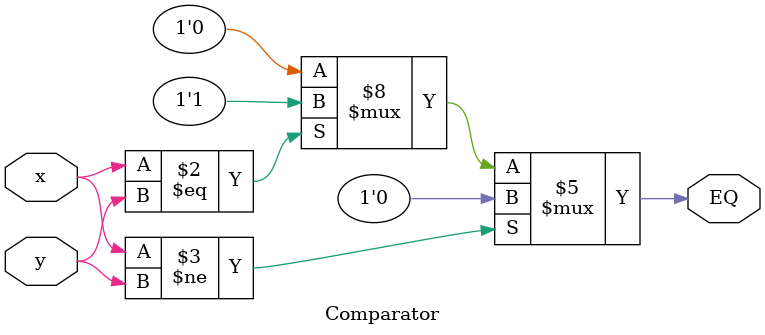
<source format=v>
module Comparator(x, y, EQ);
input x, y;
output EQ;
reg EQ;
always @(x, y)
begin
    EQ = 0;
    if(x == y) begin
        EQ = 1;
    end
    if(x != y) begin
        EQ = 0;
    end
end
endmodule

</source>
